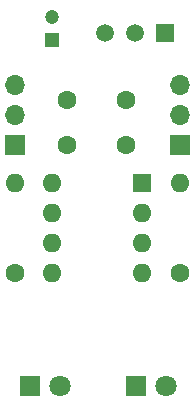
<source format=gbs>
G04 #@! TF.GenerationSoftware,KiCad,Pcbnew,(5.1.8)-1*
G04 #@! TF.CreationDate,2023-08-31T22:35:53+02:00*
G04 #@! TF.ProjectId,RC Exhaust System,52432045-7868-4617-9573-742053797374,rev?*
G04 #@! TF.SameCoordinates,Original*
G04 #@! TF.FileFunction,Soldermask,Bot*
G04 #@! TF.FilePolarity,Negative*
%FSLAX46Y46*%
G04 Gerber Fmt 4.6, Leading zero omitted, Abs format (unit mm)*
G04 Created by KiCad (PCBNEW (5.1.8)-1) date 2023-08-31 22:35:53*
%MOMM*%
%LPD*%
G01*
G04 APERTURE LIST*
%ADD10C,1.600000*%
%ADD11O,1.600000X1.600000*%
%ADD12O,1.700000X1.700000*%
%ADD13R,1.700000X1.700000*%
%ADD14R,1.600000X1.600000*%
%ADD15R,1.200000X1.200000*%
%ADD16C,1.200000*%
%ADD17R,1.800000X1.800000*%
%ADD18C,1.800000*%
%ADD19C,1.500000*%
%ADD20R,1.500000X1.500000*%
G04 APERTURE END LIST*
D10*
X78105000Y-93345000D03*
X83105000Y-93345000D03*
X83105000Y-97155000D03*
X78105000Y-97155000D03*
X73660000Y-107950000D03*
D11*
X73660000Y-100330000D03*
X87630000Y-100330000D03*
D10*
X87630000Y-107950000D03*
D12*
X87630000Y-92075000D03*
X87630000Y-94615000D03*
D13*
X87630000Y-97155000D03*
D14*
X84455000Y-100330000D03*
D11*
X76835000Y-107950000D03*
X84455000Y-102870000D03*
X76835000Y-105410000D03*
X84455000Y-105410000D03*
X76835000Y-102870000D03*
X84455000Y-107950000D03*
X76835000Y-100330000D03*
D15*
X76835000Y-88265000D03*
D16*
X76835000Y-86265000D03*
D17*
X74922000Y-117496000D03*
D18*
X77462000Y-117496000D03*
X86462000Y-117496000D03*
D17*
X83922000Y-117496000D03*
D13*
X73660000Y-97155000D03*
D12*
X73660000Y-94615000D03*
X73660000Y-92075000D03*
D19*
X83820000Y-87630000D03*
X81280000Y-87630000D03*
D20*
X86360000Y-87630000D03*
M02*

</source>
